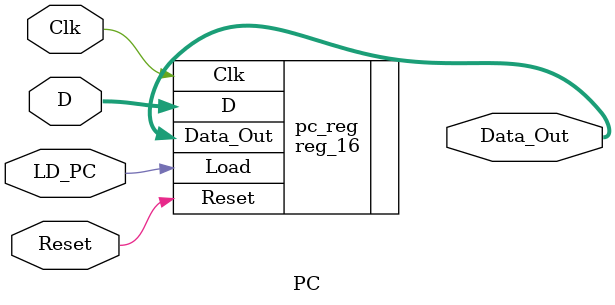
<source format=sv>
module PC (input logic Clk,
			  input logic Reset,
			  input logic LD_PC,
			  input logic [15:0] D,
			  output logic [15:0] Data_Out);

reg_16 pc_reg(.Clk(Clk), .Reset(Reset), .Load(LD_PC), .D(D), .Data_Out(Data_Out));

endmodule

</source>
